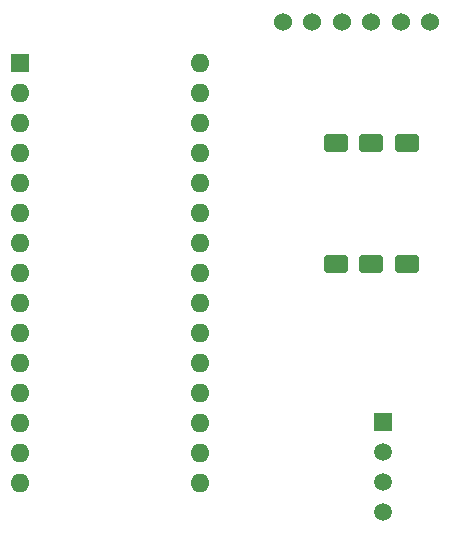
<source format=gbr>
%TF.GenerationSoftware,KiCad,Pcbnew,8.0.0*%
%TF.CreationDate,2025-02-20T01:15:31+05:30*%
%TF.ProjectId,Capstone_Moon,43617073-746f-46e6-955f-4d6f6f6e2e6b,rev?*%
%TF.SameCoordinates,Original*%
%TF.FileFunction,Soldermask,Top*%
%TF.FilePolarity,Negative*%
%FSLAX46Y46*%
G04 Gerber Fmt 4.6, Leading zero omitted, Abs format (unit mm)*
G04 Created by KiCad (PCBNEW 8.0.0) date 2025-02-20 01:15:31*
%MOMM*%
%LPD*%
G01*
G04 APERTURE LIST*
G04 Aperture macros list*
%AMRoundRect*
0 Rectangle with rounded corners*
0 $1 Rounding radius*
0 $2 $3 $4 $5 $6 $7 $8 $9 X,Y pos of 4 corners*
0 Add a 4 corners polygon primitive as box body*
4,1,4,$2,$3,$4,$5,$6,$7,$8,$9,$2,$3,0*
0 Add four circle primitives for the rounded corners*
1,1,$1+$1,$2,$3*
1,1,$1+$1,$4,$5*
1,1,$1+$1,$6,$7*
1,1,$1+$1,$8,$9*
0 Add four rect primitives between the rounded corners*
20,1,$1+$1,$2,$3,$4,$5,0*
20,1,$1+$1,$4,$5,$6,$7,0*
20,1,$1+$1,$6,$7,$8,$9,0*
20,1,$1+$1,$8,$9,$2,$3,0*%
G04 Aperture macros list end*
%ADD10RoundRect,0.250000X-0.750000X-0.512000X0.750000X-0.512000X0.750000X0.512000X-0.750000X0.512000X0*%
%ADD11R,1.600000X1.600000*%
%ADD12O,1.600000X1.600000*%
%ADD13R,1.500000X1.500000*%
%ADD14C,1.500000*%
%ADD15C,1.524000*%
G04 APERTURE END LIST*
D10*
%TO.C,M2*%
X149000000Y-90000000D03*
X152000000Y-90000000D03*
X155000000Y-90000000D03*
%TD*%
D11*
%TO.C,U1*%
X122260000Y-72960000D03*
D12*
X122260000Y-75500000D03*
X122260000Y-78040000D03*
X122260000Y-80580000D03*
X122260000Y-83120000D03*
X122260000Y-85660000D03*
X122260000Y-88200000D03*
X122260000Y-90740000D03*
X122260000Y-93280000D03*
X122260000Y-95820000D03*
X122260000Y-98360000D03*
X122260000Y-100900000D03*
X122260000Y-103440000D03*
X122260000Y-105980000D03*
X122260000Y-108520000D03*
X137500000Y-108520000D03*
X137500000Y-105980000D03*
X137500000Y-103440000D03*
X137500000Y-100900000D03*
X137500000Y-98360000D03*
X137500000Y-95820000D03*
X137500000Y-93280000D03*
X137500000Y-90740000D03*
X137500000Y-88200000D03*
X137500000Y-85660000D03*
X137500000Y-83120000D03*
X137500000Y-80580000D03*
X137500000Y-78040000D03*
X137500000Y-75500000D03*
X137500000Y-72960000D03*
%TD*%
D13*
%TO.C,U2*%
X153000000Y-103420000D03*
D14*
X153000000Y-105960000D03*
X153000000Y-108500000D03*
X153000000Y-111040000D03*
%TD*%
D15*
%TO.C,U3*%
X144500000Y-69500000D03*
X147000000Y-69500000D03*
X149500000Y-69500000D03*
X152000000Y-69500000D03*
X154500000Y-69500000D03*
X157000000Y-69500000D03*
%TD*%
D10*
%TO.C,M1*%
X149000000Y-79756000D03*
X152000000Y-79756000D03*
X155000000Y-79756000D03*
%TD*%
M02*

</source>
